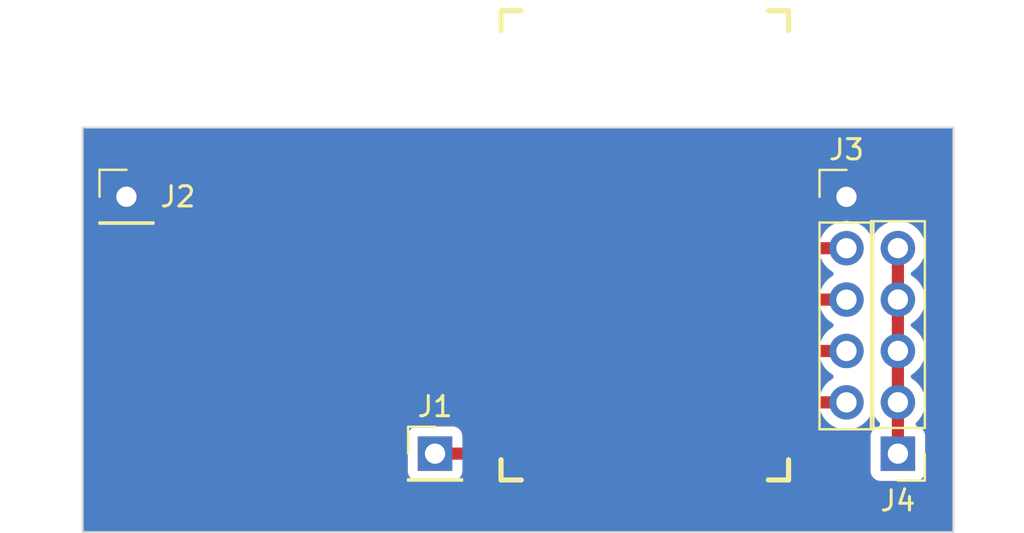
<source format=kicad_pcb>
(kicad_pcb (version 20221018) (generator pcbnew)
  (layers (0 "F.Cu" signal) (31 "B.Cu" signal) (34 "B.Paste" user) (35 "F.Paste" user) (36 "B.SilkS" user "B.Silkscreen") (37 "F.SilkS" user "F.Silkscreen") (38 "B.Mask" user) (39 "F.Mask" user) (44 "Edge.Cuts" user))
  (net 0 "")
  (net 5 "Net-(DD1-GPIO1)")
  (net 6 "Net-(DD1-GPIO2)")
  (net 7 "Net-(DD1-GPIO3)")
  (net 8 "Net-(DD1-GPIO4)")
  (net 9 "Earth")
  (net 14 "+3.3V")
  (net 15 "Net-(J4-Pin_1)")
  (footprint "footprints:JDY40" (layer "F.Cu") (at 98.06 61.52)
    (fp_text reference "DD1" hide)
    (fp_text value "JDY-40" hide)
    (fp_line (start -6.9 -11.3) (end -6.9 -12.3) (stroke (width 0.254)) (layer "F.SilkS"))
    (fp_line (start -6.9 9.9) (end -6.9 10.9) (stroke (width 0.254)) (layer "F.SilkS"))
    (fp_line (start -5.9 -12.3) (end -6.9 -12.3) (stroke (width 0.254)) (layer "F.SilkS"))
    (fp_line (start -5.9 10.9) (end -6.9 10.9) (stroke (width 0.254)) (layer "F.SilkS"))
    (fp_line (start 6.3 -12.3) (end 7.3 -12.3) (stroke (width 0.254)) (layer "F.SilkS"))
    (fp_line (start 6.3 10.9) (end 7.3 10.9) (stroke (width 0.254)) (layer "F.SilkS"))
    (fp_line (start 7.3 -11.3) (end 7.3 -12.3) (stroke (width 0.254)) (layer "F.SilkS"))
    (fp_line (start 7.3 9.9) (end 7.3 10.9) (stroke (width 0.254)) (layer "F.SilkS"))
    (pad "1" smd rect (at -7 -3.1) (size 2.5 1) (layers "F.Cu" "F.Paste" "F.Mask") (net 5 "Net-(DD1-GPIO1)"))
    (pad "2" smd rect (at -7 -1.6) (size 2.5 1) (layers "F.Cu" "F.Paste" "F.Mask") (net 6 "Net-(DD1-GPIO2)"))
    (pad "3" smd rect (at -7 -0.1) (size 2.5 1) (layers "F.Cu" "F.Paste" "F.Mask") (net 7 "Net-(DD1-GPIO3)"))
    (pad "4" smd rect (at -7 1.4) (size 2.5 1) (layers "F.Cu" "F.Paste" "F.Mask") (net 8 "Net-(DD1-GPIO4)"))
    (pad "5" smd rect (at -7 2.9) (size 2.5 1) (layers "F.Cu" "F.Paste" "F.Mask"))
    (pad "6" smd rect (at -7 4.4) (size 2.5 1) (layers "F.Cu" "F.Paste" "F.Mask"))
    (pad "7" smd rect (at -7 5.9) (size 2.5 1) (layers "F.Cu" "F.Paste" "F.Mask"))
    (pad "8" smd rect (at -7 7.4) (size 2.5 1) (layers "F.Cu" "F.Paste" "F.Mask"))
    (pad "9" smd rect (at 4.9 10.7 90) (size 2.5 1.5) (layers "F.Cu" "F.Paste" "F.Mask") (net 9 "Earth"))
    (pad "10" smd rect (at 2.94 10.7 90) (size 2.5 1.5) (layers "F.Cu" "F.Paste" "F.Mask"))
    (pad "11" smd rect (at 0.98 10.7 90) (size 2.5 1.5) (layers "F.Cu" "F.Paste" "F.Mask"))
    (pad "12" smd rect (at -0.98 10.7 90) (size 2.5 1.5) (layers "F.Cu" "F.Paste" "F.Mask"))
    (pad "13" smd rect (at -2.94 10.7 90) (size 2.5 1.5) (layers "F.Cu" "F.Paste" "F.Mask"))
    (pad "14" smd rect (at -4.9 10.7 90) (size 2.5 1.5) (layers "F.Cu" "F.Paste" "F.Mask") (net 14 "+3.3V"))
  )
  (footprint "Connector_PinHeader_2.54mm:PinHeader_1x05_P2.54mm_Vertical" (layer "F.Cu") (at 110.76 71.12 180)
    (fp_text reference "J4" (at 0 -2.33) (layer "F.SilkS"))
    (fp_text value "Conn_01x05_Pin")
    (fp_line (start -1.33 -1.33) (end 0 -1.33) (stroke (width 0.12)) (layer "F.SilkS"))
    (fp_line (start -1.33 0) (end -1.33 -1.33) (stroke (width 0.12)) (layer "F.SilkS"))
    (fp_line (start -1.33 1.27) (end -1.33 11.49) (stroke (width 0.12)) (layer "F.SilkS"))
    (fp_line (start -1.33 1.27) (end 1.33 1.27) (stroke (width 0.12)) (layer "F.SilkS"))
    (fp_line (start -1.33 11.49) (end 1.33 11.49) (stroke (width 0.12)) (layer "F.SilkS"))
    (fp_line (start 1.33 1.27) (end 1.33 11.49) (stroke (width 0.12)) (layer "F.SilkS"))
    (pad "1" thru_hole rect (at 0 0 180) (size 1.7 1.7) (drill 1) (layers "*.Cu" "*.Mask") (net 15 "Net-(J4-Pin_1)"))
    (pad "2" thru_hole oval (at 0 2.54 180) (size 1.7 1.7) (drill 1) (layers "*.Cu" "*.Mask") (net 15 "Net-(J4-Pin_1)"))
    (pad "3" thru_hole oval (at 0 5.08 180) (size 1.7 1.7) (drill 1) (layers "*.Cu" "*.Mask") (net 15 "Net-(J4-Pin_1)"))
    (pad "4" thru_hole oval (at 0 7.62 180) (size 1.7 1.7) (drill 1) (layers "*.Cu" "*.Mask") (net 15 "Net-(J4-Pin_1)"))
    (pad "5" thru_hole oval (at 0 10.16 180) (size 1.7 1.7) (drill 1) (layers "*.Cu" "*.Mask") (net 15 "Net-(J4-Pin_1)"))
  )
  (footprint "Connector_PinHeader_2.54mm:PinHeader_1x01_P2.54mm_Vertical" (layer "F.Cu") (at 72.66 58.42)
    (fp_text reference "J2" (at 2.54 0) (layer "F.SilkS"))
    (fp_text value "Conn_01x01_Pin")
    (fp_line (start -1.33 -1.33) (end 0 -1.33) (stroke (width 0.12)) (layer "F.SilkS"))
    (fp_line (start -1.33 0) (end -1.33 -1.33) (stroke (width 0.12)) (layer "F.SilkS"))
    (fp_line (start -1.33 1.27) (end -1.33 1.33) (stroke (width 0.12)) (layer "F.SilkS"))
    (fp_line (start -1.33 1.27) (end 1.33 1.27) (stroke (width 0.12)) (layer "F.SilkS"))
    (fp_line (start -1.33 1.33) (end 1.33 1.33) (stroke (width 0.12)) (layer "F.SilkS"))
    (fp_line (start 1.33 1.27) (end 1.33 1.33) (stroke (width 0.12)) (layer "F.SilkS"))
    (pad "1" thru_hole rect (at 0 0) (size 1.7 1.7) (drill 1) (layers "*.Cu" "*.Mask") (net 9 "Earth"))
  )
  (footprint "Connector_PinHeader_2.54mm:PinHeader_1x01_P2.54mm_Vertical" (layer "F.Cu") (at 87.9 71.12)
    (fp_text reference "J1" (at 0 -2.33) (layer "F.SilkS"))
    (fp_text value "Conn_01x01_Pin")
    (fp_line (start -1.33 -1.33) (end 0 -1.33) (stroke (width 0.12)) (layer "F.SilkS"))
    (fp_line (start -1.33 0) (end -1.33 -1.33) (stroke (width 0.12)) (layer "F.SilkS"))
    (fp_line (start -1.33 1.27) (end -1.33 1.33) (stroke (width 0.12)) (layer "F.SilkS"))
    (fp_line (start -1.33 1.27) (end 1.33 1.27) (stroke (width 0.12)) (layer "F.SilkS"))
    (fp_line (start -1.33 1.33) (end 1.33 1.33) (stroke (width 0.12)) (layer "F.SilkS"))
    (fp_line (start 1.33 1.27) (end 1.33 1.33) (stroke (width 0.12)) (layer "F.SilkS"))
    (pad "1" thru_hole rect (at 0 0) (size 1.7 1.7) (drill 1) (layers "*.Cu" "*.Mask") (net 14 "+3.3V"))
  )
  (footprint "Connector_PinHeader_2.54mm:PinHeader_1x05_P2.54mm_Vertical" (layer "F.Cu") (at 108.22 58.425)
    (fp_text reference "J3" (at 0 -2.33) (layer "F.SilkS"))
    (fp_text value "Conn_01x05_Pin")
    (fp_line (start -1.33 -1.33) (end 0 -1.33) (stroke (width 0.12)) (layer "F.SilkS"))
    (fp_line (start -1.33 0) (end -1.33 -1.33) (stroke (width 0.12)) (layer "F.SilkS"))
    (fp_line (start -1.33 1.27) (end -1.33 11.49) (stroke (width 0.12)) (layer "F.SilkS"))
    (fp_line (start -1.33 1.27) (end 1.33 1.27) (stroke (width 0.12)) (layer "F.SilkS"))
    (fp_line (start -1.33 11.49) (end 1.33 11.49) (stroke (width 0.12)) (layer "F.SilkS"))
    (fp_line (start 1.33 1.27) (end 1.33 11.49) (stroke (width 0.12)) (layer "F.SilkS"))
    (pad "1" thru_hole rect (at 0 0) (size 1.7 1.7) (drill 1) (layers "*.Cu" "*.Mask") (net 9 "Earth"))
    (pad "2" thru_hole oval (at 0 2.54) (size 1.7 1.7) (drill 1) (layers "*.Cu" "*.Mask") (net 5 "Net-(DD1-GPIO1)"))
    (pad "3" thru_hole oval (at 0 5.08) (size 1.7 1.7) (drill 1) (layers "*.Cu" "*.Mask") (net 6 "Net-(DD1-GPIO2)"))
    (pad "4" thru_hole oval (at 0 7.62) (size 1.7 1.7) (drill 1) (layers "*.Cu" "*.Mask") (net 7 "Net-(DD1-GPIO3)"))
    (pad "5" thru_hole oval (at 0 10.16) (size 1.7 1.7) (drill 1) (layers "*.Cu" "*.Mask") (net 8 "Net-(DD1-GPIO4)"))
  )
  (gr_rect (start 70.5 55) (end 113.5 75) (stroke (width 0.1)) (fill none) (layer "Edge.Cuts"))
  (segment (start 103.14 58.42) (end 91.06 58.42) (width 0.6) (layer "F.Cu") (net 5))
  (segment (start 105.685 60.965) (end 103.14 58.42) (width 0.6) (layer "F.Cu") (net 5))
  (segment (start 108.22 60.965) (end 105.685 60.965) (width 0.6) (layer "F.Cu") (net 5))
  (segment (start 102.1 59.92) (end 91.06 59.92) (width 0.6) (layer "F.Cu") (net 6))
  (segment (start 105.685 63.505) (end 102.1 59.92) (width 0.6) (layer "F.Cu") (net 6))
  (segment (start 108.22 63.505) (end 105.685 63.505) (width 0.6) (layer "F.Cu") (net 6))
  (segment (start 101.06 61.42) (end 91.06 61.42) (width 0.6) (layer "F.Cu") (net 7))
  (segment (start 108.22 66.045) (end 105.685 66.045) (width 0.6) (layer "F.Cu") (net 7))
  (segment (start 105.685 66.045) (end 101.06 61.42) (width 0.6) (layer "F.Cu") (net 7))
  (segment (start 105.685 68.585) (end 100.02 62.92) (width 0.6) (layer "F.Cu") (net 8))
  (segment (start 108.22 68.585) (end 105.685 68.585) (width 0.6) (layer "F.Cu") (net 8))
  (segment (start 100.02 62.92) (end 91.06 62.92) (width 0.6) (layer "F.Cu") (net 8))
  (segment (start 102.34 71.72) (end 102.34 72.22) (width 0.25) (layer "F.Cu") (net 9))
  (segment (start 87.9 71.12) (end 92.06 71.12) (width 0.6) (layer "F.Cu") (net 14))
  (segment (start 92.06 71.12) (end 93.16 72.22) (width 0.6) (layer "F.Cu") (net 14))
  (segment (start 110.76 60.96) (end 110.76 71.12) (width 0.6) (layer "F.Cu") (net 15))
  (zone (net 9) (net_name "Earth") (layers "F&B.Cu") (connect_pads yes (clearance 0.5)) (min_thickness 0.25) (fill yes (thermal_gap 0.5) (thermal_bridge_width 0.5))
    (polygon (pts (xy 70.5 55) (xy 113.5 55) (xy 113.5 75) (xy 70.5 75)))
  )
)
</source>
